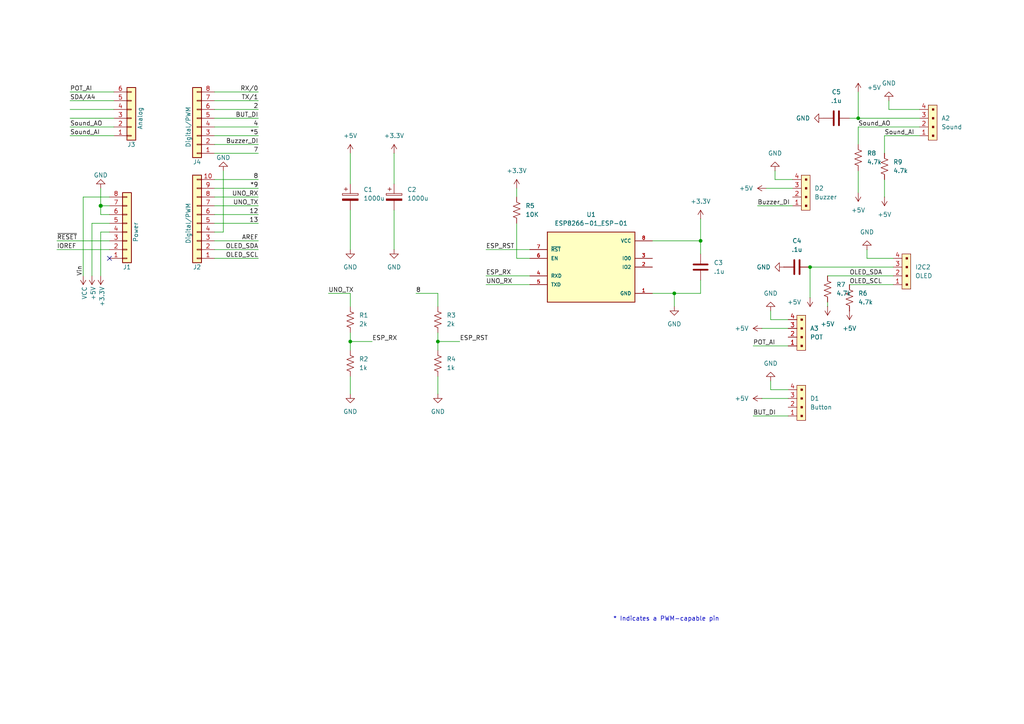
<source format=kicad_sch>
(kicad_sch (version 20231120) (generator "eeschema") (generator_version "8.0")
  (paper "A4")
  (title_block (date "mar. 31 mars 2015"))
  (lib_symbols
    (symbol "+5V_1" (power) (pin_numbers hide) (pin_names (offset 0) hide)
      (property "Value" "+5V" (at 0 3.556 0))
      (symbol "+5V_1_0_1"
        (polyline (pts (xy -0.762 1.27) (xy 0 2.54)))
        (polyline (pts (xy 0 0) (xy 0 2.54)))
        (polyline (pts (xy 0 2.54) (xy 0.762 1.27)))
      )
      (symbol "+5V_1_1_1"
        (pin power_in line (at 0 0 90) (length 0) (name "~") (number "1"))
      )
    )
    (symbol "Connector_Generic:Conn_01x06" (pin_names (offset 1.016) hide)
      (property "Reference" "J" (at 0 7.62 0))
      (property "Value" "Conn_01x06" (at 0 -10.16 0))
      (symbol "Conn_01x06_1_1"
        (rectangle (start -1.27 -7.493) (end 0 -7.747) (stroke (width 0.1524)))
        (rectangle (start -1.27 -4.953) (end 0 -5.207) (stroke (width 0.1524)))
        (rectangle (start -1.27 -2.413) (end 0 -2.667) (stroke (width 0.1524)))
        (rectangle (start -1.27 0.127) (end 0 -0.127) (stroke (width 0.1524)))
        (rectangle (start -1.27 2.667) (end 0 2.413) (stroke (width 0.1524)))
        (rectangle (start -1.27 5.207) (end 0 4.953) (stroke (width 0.1524)))
        (rectangle (start -1.27 6.35) (end 1.27 -8.89) (stroke (width 0.254)) (fill (type background)))
        (pin passive line (at -5.08 5.08 0) (length 3.81) (name "Pin_1") (number "1"))
        (pin passive line (at -5.08 2.54 0) (length 3.81) (name "Pin_2") (number "2"))
        (pin passive line (at -5.08 0 0) (length 3.81) (name "Pin_3") (number "3"))
        (pin passive line (at -5.08 -2.54 0) (length 3.81) (name "Pin_4") (number "4"))
        (pin passive line (at -5.08 -5.08 0) (length 3.81) (name "Pin_5") (number "5"))
        (pin passive line (at -5.08 -7.62 0) (length 3.81) (name "Pin_6") (number "6"))
      )
    )
    (symbol "Connector_Generic:Conn_01x08" (pin_names (offset 1.016) hide)
      (property "Reference" "J" (at 0 10.16 0))
      (property "Value" "Conn_01x08" (at 0 -12.7 0))
      (symbol "Conn_01x08_1_1"
        (rectangle (start -1.27 -10.033) (end 0 -10.287) (stroke (width 0.1524)))
        (rectangle (start -1.27 -7.493) (end 0 -7.747) (stroke (width 0.1524)))
        (rectangle (start -1.27 -4.953) (end 0 -5.207) (stroke (width 0.1524)))
        (rectangle (start -1.27 -2.413) (end 0 -2.667) (stroke (width 0.1524)))
        (rectangle (start -1.27 0.127) (end 0 -0.127) (stroke (width 0.1524)))
        (rectangle (start -1.27 2.667) (end 0 2.413) (stroke (width 0.1524)))
        (rectangle (start -1.27 5.207) (end 0 4.953) (stroke (width 0.1524)))
        (rectangle (start -1.27 7.747) (end 0 7.493) (stroke (width 0.1524)))
        (rectangle (start -1.27 8.89) (end 1.27 -11.43) (stroke (width 0.254)) (fill (type background)))
        (pin passive line (at -5.08 7.62 0) (length 3.81) (name "Pin_1") (number "1"))
        (pin passive line (at -5.08 5.08 0) (length 3.81) (name "Pin_2") (number "2"))
        (pin passive line (at -5.08 2.54 0) (length 3.81) (name "Pin_3") (number "3"))
        (pin passive line (at -5.08 0 0) (length 3.81) (name "Pin_4") (number "4"))
        (pin passive line (at -5.08 -2.54 0) (length 3.81) (name "Pin_5") (number "5"))
        (pin passive line (at -5.08 -5.08 0) (length 3.81) (name "Pin_6") (number "6"))
        (pin passive line (at -5.08 -7.62 0) (length 3.81) (name "Pin_7") (number "7"))
        (pin passive line (at -5.08 -10.16 0) (length 3.81) (name "Pin_8") (number "8"))
      )
    )
    (symbol "Connector_Generic:Conn_01x10" (pin_names (offset 1.016) hide)
      (property "Reference" "J" (at 0 12.7 0))
      (property "Value" "Conn_01x10" (at 0 -15.24 0))
      (symbol "Conn_01x10_1_1"
        (rectangle (start -1.27 -12.573) (end 0 -12.827) (stroke (width 0.1524)))
        (rectangle (start -1.27 -10.033) (end 0 -10.287) (stroke (width 0.1524)))
        (rectangle (start -1.27 -7.493) (end 0 -7.747) (stroke (width 0.1524)))
        (rectangle (start -1.27 -4.953) (end 0 -5.207) (stroke (width 0.1524)))
        (rectangle (start -1.27 -2.413) (end 0 -2.667) (stroke (width 0.1524)))
        (rectangle (start -1.27 0.127) (end 0 -0.127) (stroke (width 0.1524)))
        (rectangle (start -1.27 2.667) (end 0 2.413) (stroke (width 0.1524)))
        (rectangle (start -1.27 5.207) (end 0 4.953) (stroke (width 0.1524)))
        (rectangle (start -1.27 7.747) (end 0 7.493) (stroke (width 0.1524)))
        (rectangle (start -1.27 10.287) (end 0 10.033) (stroke (width 0.1524)))
        (rectangle (start -1.27 11.43) (end 1.27 -13.97) (stroke (width 0.254)) (fill (type background)))
        (pin passive line (at -5.08 10.16 0) (length 3.81) (name "Pin_1") (number "1"))
        (pin passive line (at -5.08 -12.7 0) (length 3.81) (name "Pin_10") (number "10"))
        (pin passive line (at -5.08 7.62 0) (length 3.81) (name "Pin_2") (number "2"))
        (pin passive line (at -5.08 5.08 0) (length 3.81) (name "Pin_3") (number "3"))
        (pin passive line (at -5.08 2.54 0) (length 3.81) (name "Pin_4") (number "4"))
        (pin passive line (at -5.08 0 0) (length 3.81) (name "Pin_5") (number "5"))
        (pin passive line (at -5.08 -2.54 0) (length 3.81) (name "Pin_6") (number "6"))
        (pin passive line (at -5.08 -5.08 0) (length 3.81) (name "Pin_7") (number "7"))
        (pin passive line (at -5.08 -7.62 0) (length 3.81) (name "Pin_8") (number "8"))
        (pin passive line (at -5.08 -10.16 0) (length 3.81) (name "Pin_9") (number "9"))
      )
    )
    (symbol "Device:C" (pin_numbers hide) (pin_names (offset 0.254))
      (property "Reference" "C" (at 0.635 2.54 0))
      (property "Value" "C" (at 0.635 -2.54 0))
      (symbol "C_0_1"
        (polyline (pts (xy -2.032 -0.762) (xy 2.032 -0.762)) (stroke (width 0.508)))
        (polyline (pts (xy -2.032 0.762) (xy 2.032 0.762)) (stroke (width 0.508)))
      )
      (symbol "C_1_1"
        (pin passive line (at 0 3.81 270) (length 2.794) (name "~") (number "1"))
        (pin passive line (at 0 -3.81 90) (length 2.794) (name "~") (number "2"))
      )
    )
    (symbol "Device:C_Polarized" (pin_numbers hide) (pin_names (offset 0.254))
      (property "Reference" "C" (at 0.635 2.54 0))
      (property "Value" "C_Polarized" (at 0.635 -2.54 0))
      (symbol "C_Polarized_0_1"
        (rectangle (start -2.286 0.508) (end 2.286 1.016))
        (polyline (pts (xy -1.778 2.286) (xy -0.762 2.286)))
        (polyline (pts (xy -1.27 2.794) (xy -1.27 1.778)))
        (rectangle (start 2.286 -0.508) (end -2.286 -1.016) (fill (type outline)))
      )
      (symbol "C_Polarized_1_1"
        (pin passive line (at 0 3.81 270) (length 2.794) (name "~") (number "1"))
        (pin passive line (at 0 -3.81 90) (length 2.794) (name "~") (number "2"))
      )
    )
    (symbol "Device:R_US" (pin_numbers hide) (pin_names (offset 0))
      (property "Reference" "R" (at 2.54 0 90))
      (property "Value" "R_US" (at -2.54 0 90))
      (symbol "R_US_0_1"
        (polyline (pts (xy 0 -2.286) (xy 0 -2.54)))
        (polyline (pts (xy 0 2.286) (xy 0 2.54)))
        (polyline (pts (xy 0 -0.762) (xy 1.016 -1.143) (xy 0 -1.524) (xy -1.016 -1.905) (xy 0 -2.286)))
        (polyline (pts (xy 0 0.762) (xy 1.016 0.381) (xy 0 0) (xy -1.016 -0.381) (xy 0 -0.762)))
        (polyline (pts (xy 0 2.286) (xy 1.016 1.905) (xy 0 1.524) (xy -1.016 1.143) (xy 0 0.762)))
      )
      (symbol "R_US_1_1"
        (pin passive line (at 0 3.81 270) (length 1.27) (name "~") (number "1"))
        (pin passive line (at 0 -3.81 90) (length 1.27) (name "~") (number "2"))
      )
    )
    (symbol "ESP8266-01_ESP-01:ESP8266-01_ESP-01" (pin_names (offset 1.016))
      (property "Reference" "U" (at -12.7094 10.6778 0))
      (property "Value" "ESP8266-01_ESP-01" (at -12.7131 -12.7131 0))
      (symbol "ESP8266-01_ESP-01_0_0"
        (rectangle (start -12.7 -10.16) (end 12.7 10.16) (stroke (width 0.254)) (fill (type background)))
        (pin power_in line (at 17.78 -7.62 180) (length 5.08) (name "GND") (number "1"))
        (pin bidirectional line (at 17.78 0 180) (length 5.08) (name "IO2") (number "2"))
        (pin bidirectional line (at 17.78 2.54 180) (length 5.08) (name "IO0") (number "3"))
        (pin input line (at -17.78 -2.54 0) (length 5.08) (name "RXD") (number "4"))
        (pin output line (at -17.78 -5.08 0) (length 5.08) (name "TXD") (number "5"))
        (pin input line (at -17.78 2.54 0) (length 5.08) (name "EN") (number "6"))
        (pin input line (at -17.78 5.08 0) (length 5.08) (name "~{RST}") (number "7"))
        (pin power_in line (at 17.78 7.62 180) (length 5.08) (name "VCC") (number "8"))
      )
    )
    (symbol "GND_1" (power) (pin_numbers hide) (pin_names (offset 0) hide)
      (property "Value" "GND" (at 0 -3.81 0))
      (symbol "GND_1_0_1"
        (polyline (pts (xy 0 0) (xy 0 -1.27) (xy 1.27 -1.27) (xy 0 -2.54) (xy -1.27 -1.27) (xy 0 -1.27)))
      )
      (symbol "GND_1_1_1"
        (pin power_in line (at 0 0 270) (length 0) (name "~") (number "1"))
      )
    )
    (symbol "GND_2" (power) (pin_numbers hide) (pin_names (offset 0) hide)
      (property "Value" "GND" (at 0 -3.81 0))
      (symbol "GND_2_0_1"
        (polyline (pts (xy 0 0) (xy 0 -1.27) (xy 1.27 -1.27) (xy 0 -2.54) (xy -1.27 -1.27) (xy 0 -1.27)))
      )
      (symbol "GND_2_1_1"
        (pin power_in line (at 0 0 270) (length 0) (name "~") (number "1"))
      )
    )
    (symbol "GND_3" (power) (pin_numbers hide) (pin_names (offset 0) hide)
      (property "Value" "GND" (at 0 -3.81 0))
      (symbol "GND_3_0_1"
        (polyline (pts (xy 0 0) (xy 0 -1.27) (xy 1.27 -1.27) (xy 0 -2.54) (xy -1.27 -1.27) (xy 0 -1.27)))
      )
      (symbol "GND_3_1_1"
        (pin power_in line (at 0 0 270) (length 0) (name "~") (number "1"))
      )
    )
    (symbol "dk_Rectangular-Connectors-Headers-Male-Pins:B4B-PH-K-S_LF__SN_" (pin_names (offset 1.016))
      (property "Reference" "J" (at -2.54 -1.27 0))
      (property "Value" "B4B-PH-K-S_LF__SN_" (at 3.81 -3.81 0))
      (symbol "B4B-PH-K-S_LF__SN__1_1"
        (rectangle (start -1.27 0) (end 8.89 -2.54) (fill (type background)))
        (rectangle (start -0.254 -1.143) (end 0.254 -1.651) (fill (type outline)))
        (rectangle (start 2.286 -1.143) (end 2.794 -1.651) (fill (type outline)))
        (rectangle (start 4.826 -1.143) (end 5.334 -1.651) (fill (type outline)))
        (rectangle (start 7.366 -1.143) (end 7.874 -1.651) (fill (type outline)))
        (pin passive line (at 0 2.54 270) (length 2.54) (name "~") (number "1"))
        (pin passive line (at 2.54 2.54 270) (length 2.54) (name "~") (number "2"))
        (pin passive line (at 5.08 2.54 270) (length 2.54) (name "~") (number "3"))
        (pin passive line (at 7.62 2.54 270) (length 2.54) (name "~") (number "4"))
      )
    )
    (symbol "power:+3.3V" (power) (pin_numbers hide) (pin_names (offset 0) hide)
      (property "Value" "+3.3V" (at 0 3.556 0))
      (symbol "+3.3V_0_1"
        (polyline (pts (xy -0.762 1.27) (xy 0 2.54)))
        (polyline (pts (xy 0 0) (xy 0 2.54)))
        (polyline (pts (xy 0 2.54) (xy 0.762 1.27)))
      )
      (symbol "+3.3V_1_1"
        (pin power_in line (at 0 0 90) (length 0) (name "~") (number "1"))
      )
    )
    (symbol "power:+3V3" (power) (pin_names (offset 0))
      (property "Value" "+3V3" (at 0 3.556 0))
      (symbol "+3V3_0_1"
        (polyline (pts (xy -0.762 1.27) (xy 0 2.54)))
        (polyline (pts (xy 0 0) (xy 0 2.54)))
        (polyline (pts (xy 0 2.54) (xy 0.762 1.27)))
      )
      (symbol "+3V3_1_1"
        (pin power_in line (at 0 0 90) (length 0) hide (name "+3V3") (number "1"))
      )
    )
    (symbol "power:+5V" (power) (pin_names (offset 0))
      (property "Value" "+5V" (at 0 3.556 0))
      (symbol "+5V_0_1"
        (polyline (pts (xy -0.762 1.27) (xy 0 2.54)))
        (polyline (pts (xy 0 0) (xy 0 2.54)))
        (polyline (pts (xy 0 2.54) (xy 0.762 1.27)))
      )
      (symbol "+5V_1_1"
        (pin power_in line (at 0 0 90) (length 0) hide (name "+5V") (number "1"))
      )
    )
    (symbol "power:GND" (power) (pin_names (offset 0))
      (property "Value" "GND" (at 0 -3.81 0))
      (symbol "GND_0_1"
        (polyline (pts (xy 0 0) (xy 0 -1.27) (xy 1.27 -1.27) (xy 0 -2.54) (xy -1.27 -1.27) (xy 0 -1.27)))
      )
      (symbol "GND_1_1"
        (pin power_in line (at 0 0 270) (length 0) hide (name "GND") (number "1"))
      )
    )
    (symbol "power:VCC" (power) (pin_names (offset 0))
      (property "Value" "VCC" (at 0 3.81 0))
      (symbol "VCC_0_1"
        (polyline (pts (xy -0.762 1.27) (xy 0 2.54)))
        (polyline (pts (xy 0 0) (xy 0 2.54)))
        (polyline (pts (xy 0 2.54) (xy 0.762 1.27)))
      )
      (symbol "VCC_1_1"
        (pin power_in line (at 0 0 90) (length 0) hide (name "VCC") (number "1"))
      )
    )
  )
  (junction (at 248.92 34.29))
  (junction (at 195.58 85.09))
  (junction (at 234.95 77.47))
  (junction (at 29.21 59.69) (diameter 1.016))
  (junction (at 203.2 69.85))
  (junction (at 101.6 99.06))
  (junction (at 127 99.06))
  (no_connect (at 31.75 74.93))
  (wire (pts (xy 62.23 26.67) (xy 74.93 26.67)))
  (wire (pts (xy 149.86 54.61) (xy 149.86 57.15)))
  (wire (pts (xy 203.2 69.85) (xy 203.2 73.66)))
  (wire (pts (xy 189.23 85.09) (xy 195.58 85.09)))
  (wire (pts (xy 149.86 74.93) (xy 153.67 74.93)))
  (wire (pts (xy 62.23 57.15) (xy 74.93 57.15)))
  (wire (pts (xy 127 109.22) (xy 127 114.3)))
  (wire (pts (xy 62.23 74.93) (xy 74.93 74.93)))
  (wire (pts (xy 218.44 100.33) (xy 228.6 100.33)))
  (wire (pts (xy 248.92 34.29) (xy 266.7 34.29)))
  (wire (pts (xy 29.21 62.23) (xy 29.21 59.69)))
  (wire (pts (xy 20.32 26.67) (xy 33.02 26.67)))
  (wire (pts (xy 240.03 80.01) (xy 259.08 80.01)))
  (wire (pts (xy 223.52 92.71) (xy 223.52 90.17)))
  (wire (pts (xy 203.2 63.5) (xy 203.2 69.85)))
  (wire (pts (xy 220.98 95.25) (xy 228.6 95.25)))
  (wire (pts (xy 29.21 59.69) (xy 29.21 54.61)))
  (wire (pts (xy 101.6 88.9) (xy 101.6 85.09)))
  (wire (pts (xy 29.21 67.31) (xy 31.75 67.31)))
  (wire (pts (xy 26.67 64.77) (xy 31.75 64.77)))
  (wire (pts (xy 248.92 36.83) (xy 266.7 36.83)))
  (wire (pts (xy 26.67 80.01) (xy 26.67 64.77)))
  (wire (pts (xy 257.81 31.75) (xy 257.81 29.21)))
  (wire (pts (xy 101.6 96.52) (xy 101.6 99.06)))
  (wire (pts (xy 229.87 52.07) (xy 224.79 52.07)))
  (wire (pts (xy 114.3 60.96) (xy 114.3 72.39)))
  (wire (pts (xy 62.23 64.77) (xy 74.93 64.77)))
  (wire (pts (xy 29.21 80.01) (xy 29.21 67.31)))
  (wire (pts (xy 222.25 54.61) (xy 229.87 54.61)))
  (wire (pts (xy 62.23 44.45) (xy 74.93 44.45)))
  (wire (pts (xy 33.02 39.37) (xy 20.32 39.37)))
  (wire (pts (xy 62.23 62.23) (xy 74.93 62.23)))
  (wire (pts (xy 101.6 60.96) (xy 101.6 72.39)))
  (wire (pts (xy 62.23 41.91) (xy 74.93 41.91)))
  (wire (pts (xy 251.46 74.93) (xy 259.08 74.93)))
  (wire (pts (xy 240.03 87.63) (xy 240.03 88.9)))
  (wire (pts (xy 248.92 36.83) (xy 248.92 41.91)))
  (wire (pts (xy 62.23 54.61) (xy 74.93 54.61)))
  (wire (pts (xy 203.2 69.85) (xy 189.23 69.85)))
  (wire (pts (xy 127 88.9) (xy 127 85.09)))
  (wire (pts (xy 62.23 36.83) (xy 74.93 36.83)))
  (wire (pts (xy 246.38 34.29) (xy 248.92 34.29)))
  (wire (pts (xy 95.25 85.09) (xy 101.6 85.09)))
  (wire (pts (xy 114.3 53.34) (xy 114.3 44.45)))
  (wire (pts (xy 16.51 72.39) (xy 31.75 72.39)))
  (wire (pts (xy 101.6 99.06) (xy 107.95 99.06)))
  (wire (pts (xy 127 99.06) (xy 133.35 99.06)))
  (wire (pts (xy 256.54 39.37) (xy 266.7 39.37)))
  (wire (pts (xy 256.54 44.45) (xy 256.54 39.37)))
  (wire (pts (xy 64.77 67.31) (xy 64.77 49.53)))
  (wire (pts (xy 248.92 26.67) (xy 248.92 34.29)))
  (wire (pts (xy 62.23 69.85) (xy 74.93 69.85)))
  (wire (pts (xy 251.46 74.93) (xy 251.46 72.39)))
  (wire (pts (xy 33.02 34.29) (xy 20.32 34.29)))
  (wire (pts (xy 16.51 69.85) (xy 31.75 69.85)))
  (wire (pts (xy 101.6 109.22) (xy 101.6 114.3)))
  (wire (pts (xy 140.97 82.55) (xy 153.67 82.55)))
  (wire (pts (xy 31.75 59.69) (xy 29.21 59.69)))
  (wire (pts (xy 140.97 72.39) (xy 153.67 72.39)))
  (wire (pts (xy 127 99.06) (xy 127 101.6)))
  (wire (pts (xy 223.52 92.71) (xy 228.6 92.71)))
  (wire (pts (xy 127 96.52) (xy 127 99.06)))
  (wire (pts (xy 140.97 80.01) (xy 153.67 80.01)))
  (wire (pts (xy 31.75 57.15) (xy 24.13 57.15)))
  (wire (pts (xy 266.7 31.75) (xy 257.81 31.75)))
  (wire (pts (xy 223.52 113.03) (xy 223.52 110.49)))
  (wire (pts (xy 20.32 36.83) (xy 33.02 36.83)))
  (wire (pts (xy 149.86 64.77) (xy 149.86 74.93)))
  (wire (pts (xy 62.23 67.31) (xy 64.77 67.31)))
  (wire (pts (xy 234.95 86.36) (xy 234.95 77.47)))
  (wire (pts (xy 246.38 82.55) (xy 259.08 82.55)))
  (wire (pts (xy 31.75 62.23) (xy 29.21 62.23)))
  (wire (pts (xy 62.23 59.69) (xy 74.93 59.69)))
  (wire (pts (xy 220.98 115.57) (xy 228.6 115.57)))
  (wire (pts (xy 62.23 39.37) (xy 74.93 39.37)))
  (wire (pts (xy 20.32 31.75) (xy 33.02 31.75)))
  (wire (pts (xy 234.95 77.47) (xy 259.08 77.47)))
  (wire (pts (xy 120.65 85.09) (xy 127 85.09)))
  (wire (pts (xy 195.58 85.09) (xy 195.58 88.9)))
  (wire (pts (xy 218.44 120.65) (xy 228.6 120.65)))
  (wire (pts (xy 203.2 85.09) (xy 195.58 85.09)))
  (wire (pts (xy 62.23 72.39) (xy 74.93 72.39)))
  (wire (pts (xy 256.54 57.15) (xy 256.54 52.07)))
  (wire (pts (xy 101.6 44.45) (xy 101.6 53.34)))
  (wire (pts (xy 62.23 31.75) (xy 74.93 31.75)))
  (wire (pts (xy 62.23 34.29) (xy 74.93 34.29)))
  (wire (pts (xy 203.2 81.28) (xy 203.2 85.09)))
  (wire (pts (xy 219.71 59.69) (xy 229.87 59.69)))
  (wire (pts (xy 224.79 52.07) (xy 224.79 49.53)))
  (wire (pts (xy 62.23 29.21) (xy 74.93 29.21)))
  (wire (pts (xy 228.6 113.03) (xy 223.52 113.03)))
  (wire (pts (xy 24.13 57.15) (xy 24.13 80.01)))
  (wire (pts (xy 248.92 49.53) (xy 248.92 55.88)))
  (wire (pts (xy 33.02 29.21) (xy 20.32 29.21)))
  (wire (pts (xy 101.6 99.06) (xy 101.6 101.6)))
  (wire (pts (xy 62.23 52.07) (xy 74.93 52.07)))
  (text "* Indicates a PWM-capable pin" (at 177.8 180.34 0) (effects (font (size 1.27 1.27)) (justify left bottom)))
  (label "RX{slash}0" (at 74.93 26.67 180))
  (label "ESP_RX" (at 107.95 99.06 0))
  (label "Sound_AO" (at 248.92 36.83 0))
  (label "4" (at 74.93 36.83 180))
  (label "2" (at 74.93 31.75 180))
  (label "ESP_RX" (at 140.97 80.01 0))
  (label "13" (at 74.93 64.77 180))
  (label "8" (at 120.65 85.09 0))
  (label "12" (at 74.93 62.23 180))
  (label "~{RESET}" (at 16.51 69.85 0))
  (label "UNO_RX" (at 74.93 57.15 180))
  (label "ESP_RST" (at 140.97 72.39 0))
  (label "ESP_RST" (at 133.35 99.06 0))
  (label "OLED_SDA" (at 246.38 80.01 0))
  (label "POT_AI" (at 218.44 100.33 0))
  (label "Sound_AO" (at 20.32 36.83 0))
  (label "Sound_AI" (at 256.54 39.37 0))
  (label "BUT_DI" (at 218.44 120.65 0))
  (label "7" (at 74.93 44.45 180))
  (label "OLED_SDA" (at 74.93 72.39 180))
  (label "8" (at 74.93 52.07 180))
  (label "Buzzer_DI" (at 219.71 59.69 0))
  (label "UNO_TX" (at 74.93 59.69 180))
  (label "BUT_DI" (at 74.93 34.29 180))
  (label "TX{slash}1" (at 74.93 29.21 180))
  (label "UNO_RX" (at 140.97 82.55 0))
  (label "AREF" (at 74.93 69.85 180))
  (label "POT_AI" (at 20.32 26.67 0))
  (label "Vin" (at 24.13 80.01 90))
  (label "Buzzer_DI" (at 74.93 41.91 180))
  (label "OLED_SCL" (at 74.93 74.93 180))
  (label "*9" (at 74.93 54.61 180))
  (label "UNO_TX" (at 95.25 85.09 0))
  (label "*5" (at 74.93 39.37 180))
  (label "IOREF" (at 16.51 72.39 0))
  (label "Sound_AI" (at 20.32 39.37 0))
  (label "SDA{slash}A4" (at 20.32 29.21 0))
  (label "OLED_SCL" (at 246.38 82.55 0))
  (symbol (lib_id "Connector_Generic:Conn_01x08") (at 36.83 67.31 0) (mirror x) (unit 1)
    (property "Reference" "J1" (at 36.83 77.47 0))
    (property "Value" "Power" (at 39.37 67.31 90))
    (property "Footprint" "Connector_PinSocket_2.54mm:PinSocket_1x08_P2.54mm_Vertical" (effects (hide yes)))
  )
  (symbol (lib_id "power:+3V3") (at 29.21 80.01 0) (mirror x) (unit 1)
    (property "Reference" "#PWR03" (effects (hide yes)))
    (property "Value" "+3.3V" (at 29.591 83.058 90) (effects (justify left)))
  )
  (symbol (lib_id "power:+5V") (at 26.67 80.01 0) (mirror x) (unit 1)
    (property "Reference" "#PWR02" (effects (hide yes)))
    (property "Value" "+5V" (at 27.0256 83.058 90) (effects (justify left)))
  )
  (symbol (lib_id "power:GND") (at 29.21 54.61 0) (mirror x) (unit 1)
    (property "Reference" "#PWR04" (effects (hide yes)))
    (property "Value" "GND" (at 29.21 50.8 0))
  )
  (symbol (lib_id "Connector_Generic:Conn_01x10") (at 57.15 64.77 180) (unit 1)
    (property "Reference" "J2" (at 57.15 77.47 0))
    (property "Value" "Digital/PWM" (at 54.61 64.77 90))
    (property "Footprint" "Connector_PinSocket_2.54mm:PinSocket_1x10_P2.54mm_Vertical" (effects (hide yes)))
  )
  (symbol (lib_id "power:GND") (at 64.77 49.53 0) (mirror x) (unit 1)
    (property "Reference" "#PWR05" (effects (hide yes)))
    (property "Value" "GND" (at 64.77 45.72 0))
  )
  (symbol (lib_id "Connector_Generic:Conn_01x06") (at 38.1 34.29 0) (mirror x) (unit 1)
    (property "Reference" "J3" (at 38.1 41.91 0))
    (property "Value" "Analog" (at 40.64 34.29 90))
    (property "Footprint" "Connector_PinSocket_2.54mm:PinSocket_1x06_P2.54mm_Vertical" (effects (hide yes)))
  )
  (symbol (lib_id "Connector_Generic:Conn_01x08") (at 57.15 36.83 180) (unit 1)
    (property "Reference" "J4" (at 57.15 46.99 0))
    (property "Value" "Digital/PWM" (at 54.61 36.83 90))
    (property "Footprint" "Connector_PinSocket_2.54mm:PinSocket_1x08_P2.54mm_Vertical" (effects (hide yes)))
  )
  (symbol (lib_name "+5V_1") (lib_id "power:+5V") (at 222.25 54.61 90) (mirror x) (unit 1)
    (property "Reference" "#PWR015" (effects (hide yes)))
    (property "Value" "+5V" (at 218.44 54.6101 90) (effects (justify left)))
    (property "Description" "Power symbol creates a global label with name \"+5V\"" (effects (hide yes)))
  )
  (symbol (lib_name "GND_1") (lib_id "power:GND") (at 127 114.3 0) (unit 1)
    (property "Reference" "#PWR014" (effects (hide yes)))
    (property "Value" "GND" (at 127 119.38 0))
    (property "Description" "Power symbol creates a global label with name \"GND\" , ground" (effects (hide yes)))
  )
  (symbol (lib_name "GND_3") (lib_id "power:GND") (at 223.52 110.49 0) (mirror x) (unit 1)
    (property "Reference" "#PWR024" (effects (hide yes)))
    (property "Value" "GND" (at 223.52 105.41 0))
    (property "Description" "Power symbol creates a global label with name \"GND\" , ground" (effects (hide yes)))
  )
  (symbol (lib_id "Device:R_US") (at 256.54 48.26 0) (unit 1)
    (property "Reference" "R9" (at 259.08 46.9899 0) (effects (justify left)))
    (property "Value" "4.7k" (at 259.08 49.5299 0) (effects (justify left)))
    (property "Footprint" "Resistor_THT:R_Axial_DIN0207_L6.3mm_D2.5mm_P10.16mm_Horizontal" (effects (hide yes)))
    (property "Description" "Resistor, US symbol" (effects (hide yes)))
  )
  (symbol (lib_id "Device:C_Polarized") (at 114.3 57.15 0) (unit 1)
    (property "Reference" "C2" (at 118.11 54.9909 0) (effects (justify left)))
    (property "Value" "1000u" (at 118.11 57.5309 0) (effects (justify left)))
    (property "Footprint" "Capacitor_THT:CP_Radial_D10.0mm_P5.00mm" (effects (hide yes)))
    (property "Description" "Polarized capacitor" (effects (hide yes)))
  )
  (symbol (lib_name "+5V_1") (lib_id "power:+5V") (at 248.92 55.88 0) (mirror x) (unit 1)
    (property "Reference" "#PWR029" (effects (hide yes)))
    (property "Value" "+5V" (at 248.92 60.96 0))
    (property "Description" "Power symbol creates a global label with name \"+5V\"" (effects (hide yes)))
  )
  (symbol (lib_name "GND_1") (lib_id "power:GND") (at 114.3 72.39 0) (unit 1)
    (property "Reference" "#PWR09" (effects (hide yes)))
    (property "Value" "GND" (at 114.3 77.47 0))
    (property "Description" "Power symbol creates a global label with name \"GND\" , ground" (effects (hide yes)))
  )
  (symbol (lib_name "+5V_1") (lib_id "power:+5V") (at 220.98 115.57 90) (mirror x) (unit 1)
    (property "Reference" "#PWR023" (effects (hide yes)))
    (property "Value" "+5V" (at 217.17 115.5701 90) (effects (justify left)))
    (property "Description" "Power symbol creates a global label with name \"+5V\"" (effects (hide yes)))
  )
  (symbol (lib_id "Device:R_US") (at 101.6 105.41 0) (unit 1)
    (property "Reference" "R2" (at 104.14 104.1399 0) (effects (justify left)))
    (property "Value" "1k" (at 104.14 106.6799 0) (effects (justify left)))
    (property "Footprint" "Resistor_THT:R_Axial_DIN0207_L6.3mm_D2.5mm_P10.16mm_Horizontal" (effects (hide yes)))
    (property "Description" "Resistor, US symbol" (effects (hide yes)))
  )
  (symbol (lib_id "power:+3.3V") (at 203.2 63.5 0) (unit 1)
    (property "Reference" "#PWR012" (effects (hide yes)))
    (property "Value" "+3.3V" (at 203.2 58.42 0))
    (property "Description" "Power symbol creates a global label with name \"+3.3V\"" (effects (hide yes)))
  )
  (symbol (lib_id "Device:R_US") (at 240.03 83.82 0) (unit 1)
    (property "Reference" "R7" (at 242.57 82.5499 0) (effects (justify left)))
    (property "Value" "4.7k" (at 242.57 85.0899 0) (effects (justify left)))
    (property "Footprint" "Resistor_THT:R_Axial_DIN0207_L6.3mm_D2.5mm_P10.16mm_Horizontal" (effects (hide yes)))
    (property "Description" "Resistor, US symbol" (effects (hide yes)))
  )
  (symbol (lib_name "GND_3") (lib_id "power:GND") (at 257.81 29.21 0) (mirror x) (unit 1)
    (property "Reference" "#PWR020" (effects (hide yes)))
    (property "Value" "GND" (at 257.81 24.13 0))
    (property "Description" "Power symbol creates a global label with name \"GND\" , ground" (effects (hide yes)))
  )
  (symbol (lib_id "Device:R_US") (at 127 92.71 0) (unit 1)
    (property "Reference" "R3" (at 129.54 91.4399 0) (effects (justify left)))
    (property "Value" "2k" (at 129.54 93.9799 0) (effects (justify left)))
    (property "Footprint" "Resistor_THT:R_Axial_DIN0207_L6.3mm_D2.5mm_P10.16mm_Horizontal" (effects (hide yes)))
    (property "Description" "Resistor, US symbol" (effects (hide yes)))
  )
  (symbol (lib_id "dk_Rectangular-Connectors-Headers-Male-Pins:B4B-PH-K-S_LF__SN_") (at 231.14 120.65 90) (unit 1)
    (property "Reference" "D1" (at 234.95 115.5699 90) (effects (justify right)))
    (property "Value" "Button" (at 234.95 118.1099 90) (effects (justify right)))
    (property "Footprint" "digikey-footprints:PinHeader_1x4_P2mm_Drill1mm" (effects (hide yes)))
    (property "Datasheet" "http://www.jst-mfg.com/product/pdf/eng/ePH.pdf" (effects (hide yes)))
    (property "Description" "CONN HEADER VERT 4POS 2MM" (effects (hide yes)))
    (property "MPN" "B4B-PH-K-S(LF)(SN)" (effects (hide yes)))
    (property "Category" "Connectors, Interconnects" (effects (hide yes)))
    (property "Family" "Rectangular Connectors - Headers, Male Pins" (effects (hide yes)))
    (property "DK_Datasheet_Link" "http://www.jst-mfg.com/product/pdf/eng/ePH.pdf" (effects (hide yes)))
    (property "DK_Detail_Page" "/product-detail/en/jst-sales-america-inc/B4B-PH-K-S(LF)(SN)/455-1706-ND/926613" (effects (hide yes)))
    (property "Description_1" "CONN HEADER VERT 4POS 2MM" (effects (hide yes)))
    (property "Manufacturer" "JST Sales America Inc." (effects (hide yes)))
    (property "Status" "Active" (effects (hide yes)))
  )
  (symbol (lib_name "+5V_1") (lib_id "power:+5V") (at 220.98 95.25 90) (mirror x) (unit 1)
    (property "Reference" "#PWR021" (effects (hide yes)))
    (property "Value" "+5V" (at 217.17 95.2501 90) (effects (justify left)))
    (property "Description" "Power symbol creates a global label with name \"+5V\"" (effects (hide yes)))
  )
  (symbol (lib_id "Device:R_US") (at 246.38 86.36 0) (unit 1)
    (property "Reference" "R6" (at 248.92 85.0899 0) (effects (justify left)))
    (property "Value" "4.7k" (at 248.92 87.6299 0) (effects (justify left)))
    (property "Footprint" "Resistor_THT:R_Axial_DIN0207_L6.3mm_D2.5mm_P10.16mm_Horizontal" (effects (hide yes)))
    (property "Description" "Resistor, US symbol" (effects (hide yes)))
  )
  (symbol (lib_id "dk_Rectangular-Connectors-Headers-Male-Pins:B4B-PH-K-S_LF__SN_") (at 261.62 82.55 90) (unit 1)
    (property "Reference" "I2C2" (at 265.43 77.4699 90) (effects (justify right)))
    (property "Value" "OLED" (at 265.43 80.0099 90) (effects (justify right)))
    (property "Footprint" "digikey-footprints:PinHeader_1x4_P2mm_Drill1mm" (effects (hide yes)))
    (property "Datasheet" "http://www.jst-mfg.com/product/pdf/eng/ePH.pdf" (effects (hide yes)))
    (property "Description" "CONN HEADER VERT 4POS 2MM" (effects (hide yes)))
    (property "MPN" "B4B-PH-K-S(LF)(SN)" (effects (hide yes)))
    (property "Category" "Connectors, Interconnects" (effects (hide yes)))
    (property "Family" "Rectangular Connectors - Headers, Male Pins" (effects (hide yes)))
    (property "DK_Datasheet_Link" "http://www.jst-mfg.com/product/pdf/eng/ePH.pdf" (effects (hide yes)))
    (property "DK_Detail_Page" "/product-detail/en/jst-sales-america-inc/B4B-PH-K-S(LF)(SN)/455-1706-ND/926613" (effects (hide yes)))
    (property "Description_1" "CONN HEADER VERT 4POS 2MM" (effects (hide yes)))
    (property "Manufacturer" "JST Sales America Inc." (effects (hide yes)))
    (property "Status" "Active" (effects (hide yes)))
  )
  (symbol (lib_id "power:VCC") (at 24.13 80.01 0) (mirror x) (unit 1)
    (property "Reference" "#PWR01" (effects (hide yes)))
    (property "Value" "VCC" (at 24.511 83.058 90) (effects (justify left)))
  )
  (symbol (lib_id "Device:R_US") (at 101.6 92.71 0) (unit 1)
    (property "Reference" "R1" (at 104.14 91.4399 0) (effects (justify left)))
    (property "Value" "2k" (at 104.14 93.9799 0) (effects (justify left)))
    (property "Footprint" "Resistor_THT:R_Axial_DIN0207_L6.3mm_D2.5mm_P10.16mm_Horizontal" (effects (hide yes)))
    (property "Description" "Resistor, US symbol" (effects (hide yes)))
  )
  (symbol (lib_name "+5V_1") (lib_id "power:+5V") (at 234.95 86.36 0) (mirror x) (unit 1)
    (property "Reference" "#PWR017" (effects (hide yes)))
    (property "Value" "+5V" (at 232.41 87.6299 0) (effects (justify right)))
    (property "Description" "Power symbol creates a global label with name \"+5V\"" (effects (hide yes)))
  )
  (symbol (lib_id "Device:R_US") (at 248.92 45.72 0) (unit 1)
    (property "Reference" "R8" (at 251.46 44.4499 0) (effects (justify left)))
    (property "Value" "4.7k" (at 251.46 46.9899 0) (effects (justify left)))
    (property "Footprint" "Resistor_THT:R_Axial_DIN0207_L6.3mm_D2.5mm_P10.16mm_Horizontal" (effects (hide yes)))
    (property "Description" "Resistor, US symbol" (effects (hide yes)))
  )
  (symbol (lib_name "+5V_1") (lib_id "power:+5V") (at 248.92 26.67 0) (mirror y) (unit 1)
    (property "Reference" "#PWR019" (effects (hide yes)))
    (property "Value" "+5V" (at 251.46 25.3999 0) (effects (justify right)))
    (property "Description" "Power symbol creates a global label with name \"+5V\"" (effects (hide yes)))
  )
  (symbol (lib_id "dk_Rectangular-Connectors-Headers-Male-Pins:B4B-PH-K-S_LF__SN_") (at 231.14 100.33 90) (unit 1)
    (property "Reference" "A3" (at 234.95 95.2499 90) (effects (justify right)))
    (property "Value" "POT" (at 234.95 97.7899 90) (effects (justify right)))
    (property "Footprint" "digikey-footprints:PinHeader_1x4_P2mm_Drill1mm" (effects (hide yes)))
    (property "Datasheet" "http://www.jst-mfg.com/product/pdf/eng/ePH.pdf" (effects (hide yes)))
    (property "Description" "CONN HEADER VERT 4POS 2MM" (effects (hide yes)))
    (property "MPN" "B4B-PH-K-S(LF)(SN)" (effects (hide yes)))
    (property "Category" "Connectors, Interconnects" (effects (hide yes)))
    (property "Family" "Rectangular Connectors - Headers, Male Pins" (effects (hide yes)))
    (property "DK_Datasheet_Link" "http://www.jst-mfg.com/product/pdf/eng/ePH.pdf" (effects (hide yes)))
    (property "DK_Detail_Page" "/product-detail/en/jst-sales-america-inc/B4B-PH-K-S(LF)(SN)/455-1706-ND/926613" (effects (hide yes)))
    (property "Description_1" "CONN HEADER VERT 4POS 2MM" (effects (hide yes)))
    (property "Manufacturer" "JST Sales America Inc." (effects (hide yes)))
    (property "Status" "Active" (effects (hide yes)))
  )
  (symbol (lib_name "+5V_1") (lib_id "power:+5V") (at 101.6 44.45 0) (unit 1)
    (property "Reference" "#PWR07" (effects (hide yes)))
    (property "Value" "+5V" (at 101.6 39.37 0))
    (property "Description" "Power symbol creates a global label with name \"+5V\"" (effects (hide yes)))
  )
  (symbol (lib_name "GND_3") (lib_id "power:GND") (at 238.76 34.29 270) (mirror x) (unit 1)
    (property "Reference" "#PWR028" (effects (hide yes)))
    (property "Value" "GND" (at 234.95 34.2899 90) (effects (justify right)))
    (property "Description" "Power symbol creates a global label with name \"GND\" , ground" (effects (hide yes)))
  )
  (symbol (lib_id "ESP8266-01_ESP-01:ESP8266-01_ESP-01") (at 171.45 77.47 0) (unit 1)
    (property "Reference" "U1" (at 171.45 62.23 0))
    (property "Value" "ESP8266-01_ESP-01" (at 171.45 64.77 0))
    (property "Footprint" "ESP8266-01_ESP-01:XCVR_ESP8266-01_ESP-01" (effects (hide yes)))
    (property "MF" "AI-Thinker" (effects (hide yes)))
    (property "MAXIMUM_PACKAGE_HEIGHT" "11.2 mm" (effects (hide yes)))
    (property "Package" "Non-Standard AI-Thinker" (effects (hide yes)))
    (property "Price" "None" (effects (hide yes)))
    (property "Check_prices" "https://www.snapeda.com/parts/ESP8266-01/ESP-01/AI-Thinker/view-part/?ref=eda" (effects (hide yes)))
    (property "STANDARD" "Manufacturer recommendations or IPC 7351B" (effects (hide yes)))
    (property "PARTREV" "V1.2" (effects (hide yes)))
    (property "SnapEDA_Link" "https://www.snapeda.com/parts/ESP8266-01/ESP-01/AI-Thinker/view-part/?ref=snap" (effects (hide yes)))
    (property "MP" "ESP8266-01/ESP-01" (effects (hide yes)))
    (property "Description_1" "\nMakerFocus 4pcs ESP8266 ESP-01 Serial Wireless WiFi Transceiver Receiver Module 1MB SPI Flash DC3.0-3.6V Internet of Things WiFi Module Board Compatible with Ar duino\n" (effects (hide yes)))
    (property "Availability" "Not in stock" (effects (hide yes)))
    (property "MANUFACTURER" "AI-Thinker" (effects (hide yes)))
  )
  (symbol (lib_name "GND_3") (lib_id "power:GND") (at 223.52 90.17 0) (mirror x) (unit 1)
    (property "Reference" "#PWR022" (effects (hide yes)))
    (property "Value" "GND" (at 223.52 85.09 0))
    (property "Description" "Power symbol creates a global label with name \"GND\" , ground" (effects (hide yes)))
  )
  (symbol (lib_id "Device:R_US") (at 149.86 60.96 0) (unit 1)
    (property "Reference" "R5" (at 152.4 59.6899 0) (effects (justify left)))
    (property "Value" "10K" (at 152.4 62.2299 0) (effects (justify left)))
    (property "Footprint" "Resistor_THT:R_Axial_DIN0207_L6.3mm_D2.5mm_P10.16mm_Horizontal" (effects (hide yes)))
    (property "Description" "Resistor, US symbol" (effects (hide yes)))
  )
  (symbol (lib_id "Device:C_Polarized") (at 101.6 57.15 0) (unit 1)
    (property "Reference" "C1" (at 105.41 54.9909 0) (effects (justify left)))
    (property "Value" "1000u" (at 105.41 57.5309 0) (effects (justify left)))
    (property "Footprint" "Capacitor_THT:CP_Radial_D10.0mm_P5.00mm" (effects (hide yes)))
    (property "Description" "Polarized capacitor" (effects (hide yes)))
  )
  (symbol (lib_id "power:+3.3V") (at 114.3 44.45 0) (unit 1)
    (property "Reference" "#PWR08" (effects (hide yes)))
    (property "Value" "+3.3V" (at 114.3 39.37 0))
    (property "Description" "Power symbol creates a global label with name \"+3.3V\"" (effects (hide yes)))
  )
  (symbol (lib_name "GND_3") (lib_id "power:GND") (at 224.79 49.53 0) (mirror x) (unit 1)
    (property "Reference" "#PWR016" (effects (hide yes)))
    (property "Value" "GND" (at 224.79 44.45 0))
    (property "Description" "Power symbol creates a global label with name \"GND\" , ground" (effects (hide yes)))
  )
  (symbol (lib_name "GND_2") (lib_id "power:GND") (at 195.58 88.9 0) (unit 1)
    (property "Reference" "#PWR013" (effects (hide yes)))
    (property "Value" "GND" (at 195.58 93.98 0))
    (property "Description" "Power symbol creates a global label with name \"GND\" , ground" (effects (hide yes)))
  )
  (symbol (lib_id "Device:R_US") (at 127 105.41 0) (unit 1)
    (property "Reference" "R4" (at 129.54 104.1399 0) (effects (justify left)))
    (property "Value" "1k" (at 129.54 106.6799 0) (effects (justify left)))
    (property "Footprint" "Resistor_THT:R_Axial_DIN0207_L6.3mm_D2.5mm_P10.16mm_Horizontal" (effects (hide yes)))
    (property "Description" "Resistor, US symbol" (effects (hide yes)))
  )
  (symbol (lib_name "+5V_1") (lib_id "power:+5V") (at 256.54 57.15 0) (mirror x) (unit 1)
    (property "Reference" "#PWR030" (effects (hide yes)))
    (property "Value" "+5V" (at 256.54 62.23 0))
    (property "Description" "Power symbol creates a global label with name \"+5V\"" (effects (hide yes)))
  )
  (symbol (lib_name "GND_1") (lib_id "power:GND") (at 101.6 72.39 0) (unit 1)
    (property "Reference" "#PWR06" (effects (hide yes)))
    (property "Value" "GND" (at 101.6 77.47 0))
    (property "Description" "Power symbol creates a global label with name \"GND\" , ground" (effects (hide yes)))
  )
  (symbol (lib_id "Device:C") (at 203.2 77.47 0) (unit 1)
    (property "Reference" "C3" (at 207.01 76.1999 0) (effects (justify left)))
    (property "Value" ".1u" (at 207.01 78.7399 0) (effects (justify left)))
    (property "Footprint" "Capacitor_THT:C_Disc_D5.0mm_W2.5mm_P2.50mm" (effects (hide yes)))
    (property "Description" "Unpolarized capacitor" (effects (hide yes)))
  )
  (symbol (lib_name "GND_3") (lib_id "power:GND") (at 251.46 72.39 0) (mirror x) (unit 1)
    (property "Reference" "#PWR018" (effects (hide yes)))
    (property "Value" "GND" (at 251.46 67.31 0))
    (property "Description" "Power symbol creates a global label with name \"GND\" , ground" (effects (hide yes)))
  )
  (symbol (lib_name "+5V_1") (lib_id "power:+5V") (at 246.38 90.17 0) (mirror x) (unit 1)
    (property "Reference" "#PWR025" (effects (hide yes)))
    (property "Value" "+5V" (at 246.38 95.25 0))
    (property "Description" "Power symbol creates a global label with name \"+5V\"" (effects (hide yes)))
  )
  (symbol (lib_name "GND_1") (lib_id "power:GND") (at 101.6 114.3 0) (unit 1)
    (property "Reference" "#PWR010" (effects (hide yes)))
    (property "Value" "GND" (at 101.6 119.38 0))
    (property "Description" "Power symbol creates a global label with name \"GND\" , ground" (effects (hide yes)))
  )
  (symbol (lib_name "GND_3") (lib_id "power:GND") (at 227.33 77.47 270) (mirror x) (unit 1)
    (property "Reference" "#PWR027" (effects (hide yes)))
    (property "Value" "GND" (at 223.52 77.4699 90) (effects (justify right)))
    (property "Description" "Power symbol creates a global label with name \"GND\" , ground" (effects (hide yes)))
  )
  (symbol (lib_name "+5V_1") (lib_id "power:+5V") (at 240.03 88.9 0) (mirror x) (unit 1)
    (property "Reference" "#PWR026" (effects (hide yes)))
    (property "Value" "+5V" (at 240.03 93.98 0))
    (property "Description" "Power symbol creates a global label with name \"+5V\"" (effects (hide yes)))
  )
  (symbol (lib_id "Device:C") (at 231.14 77.47 90) (unit 1)
    (property "Reference" "C4" (at 231.14 69.85 90))
    (property "Value" ".1u" (at 231.14 72.39 90))
    (property "Footprint" "Capacitor_THT:C_Disc_D5.0mm_W2.5mm_P2.50mm" (effects (hide yes)))
    (property "Description" "Unpolarized capacitor" (effects (hide yes)))
  )
  (symbol (lib_id "dk_Rectangular-Connectors-Headers-Male-Pins:B4B-PH-K-S_LF__SN_") (at 269.24 39.37 90) (unit 1)
    (property "Reference" "A2" (at 273.05 34.2899 90) (effects (justify right)))
    (property "Value" "Sound" (at 273.05 36.8299 90) (effects (justify right)))
    (property "Footprint" "digikey-footprints:PinHeader_1x4_P2mm_Drill1mm" (effects (hide yes)))
    (property "Datasheet" "http://www.jst-mfg.com/product/pdf/eng/ePH.pdf" (effects (hide yes)))
    (property "Description" "CONN HEADER VERT 4POS 2MM" (effects (hide yes)))
    (property "MPN" "B4B-PH-K-S(LF)(SN)" (effects (hide yes)))
    (property "Category" "Connectors, Interconnects" (effects (hide yes)))
    (property "Family" "Rectangular Connectors - Headers, Male Pins" (effects (hide yes)))
    (property "DK_Datasheet_Link" "http://www.jst-mfg.com/product/pdf/eng/ePH.pdf" (effects (hide yes)))
    (property "DK_Detail_Page" "/product-detail/en/jst-sales-america-inc/B4B-PH-K-S(LF)(SN)/455-1706-ND/926613" (effects (hide yes)))
    (property "Description_1" "CONN HEADER VERT 4POS 2MM" (effects (hide yes)))
    (property "Manufacturer" "JST Sales America Inc." (effects (hide yes)))
    (property "Status" "Active" (effects (hide yes)))
  )
  (symbol (lib_id "dk_Rectangular-Connectors-Headers-Male-Pins:B4B-PH-K-S_LF__SN_") (at 232.41 59.69 90) (unit 1)
    (property "Reference" "D2" (at 236.22 54.6099 90) (effects (justify right)))
    (property "Value" "Buzzer" (at 236.22 57.1499 90) (effects (justify right)))
    (property "Footprint" "digikey-footprints:PinHeader_1x4_P2mm_Drill1mm" (effects (hide yes)))
    (property "Datasheet" "http://www.jst-mfg.com/product/pdf/eng/ePH.pdf" (effects (hide yes)))
    (property "Description" "CONN HEADER VERT 4POS 2MM" (effects (hide yes)))
    (property "MPN" "B4B-PH-K-S(LF)(SN)" (effects (hide yes)))
    (property "Category" "Connectors, Interconnects" (effects (hide yes)))
    (property "Family" "Rectangular Connectors - Headers, Male Pins" (effects (hide yes)))
    (property "DK_Datasheet_Link" "http://www.jst-mfg.com/product/pdf/eng/ePH.pdf" (effects (hide yes)))
    (property "DK_Detail_Page" "/product-detail/en/jst-sales-america-inc/B4B-PH-K-S(LF)(SN)/455-1706-ND/926613" (effects (hide yes)))
    (property "Description_1" "CONN HEADER VERT 4POS 2MM" (effects (hide yes)))
    (property "Manufacturer" "JST Sales America Inc." (effects (hide yes)))
    (property "Status" "Active" (effects (hide yes)))
  )
  (symbol (lib_id "power:+3.3V") (at 149.86 54.61 0) (unit 1)
    (property "Reference" "#PWR011" (effects (hide yes)))
    (property "Value" "+3.3V" (at 149.86 49.53 0))
    (property "Description" "Power symbol creates a global label with name \"+3.3V\"" (effects (hide yes)))
  )
  (symbol (lib_id "Device:C") (at 242.57 34.29 90) (unit 1)
    (property "Reference" "C5" (at 242.57 26.67 90))
    (property "Value" ".1u" (at 242.57 29.21 90))
    (property "Footprint" "Capacitor_THT:C_Disc_D5.0mm_W2.5mm_P2.50mm" (effects (hide yes)))
    (property "Description" "Unpolarized capacitor" (effects (hide yes)))
  )
)
</source>
